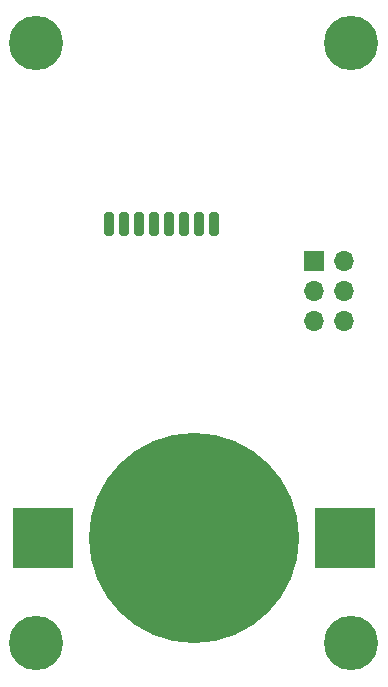
<source format=gbs>
%TF.GenerationSoftware,KiCad,Pcbnew,(6.0.8)*%
%TF.CreationDate,2022-11-07T13:32:54+08:00*%
%TF.ProjectId,remote,72656d6f-7465-42e6-9b69-6361645f7063,rev?*%
%TF.SameCoordinates,Original*%
%TF.FileFunction,Soldermask,Bot*%
%TF.FilePolarity,Negative*%
%FSLAX46Y46*%
G04 Gerber Fmt 4.6, Leading zero omitted, Abs format (unit mm)*
G04 Created by KiCad (PCBNEW (6.0.8)) date 2022-11-07 13:32:54*
%MOMM*%
%LPD*%
G01*
G04 APERTURE LIST*
G04 Aperture macros list*
%AMRoundRect*
0 Rectangle with rounded corners*
0 $1 Rounding radius*
0 $2 $3 $4 $5 $6 $7 $8 $9 X,Y pos of 4 corners*
0 Add a 4 corners polygon primitive as box body*
4,1,4,$2,$3,$4,$5,$6,$7,$8,$9,$2,$3,0*
0 Add four circle primitives for the rounded corners*
1,1,$1+$1,$2,$3*
1,1,$1+$1,$4,$5*
1,1,$1+$1,$6,$7*
1,1,$1+$1,$8,$9*
0 Add four rect primitives between the rounded corners*
20,1,$1+$1,$2,$3,$4,$5,0*
20,1,$1+$1,$4,$5,$6,$7,0*
20,1,$1+$1,$6,$7,$8,$9,0*
20,1,$1+$1,$8,$9,$2,$3,0*%
G04 Aperture macros list end*
%ADD10C,4.600000*%
%ADD11R,1.700000X1.700000*%
%ADD12O,1.700000X1.700000*%
%ADD13R,5.100000X5.100000*%
%ADD14C,17.800000*%
%ADD15RoundRect,0.203250X0.203250X0.796750X-0.203250X0.796750X-0.203250X-0.796750X0.203250X-0.796750X0*%
G04 APERTURE END LIST*
D10*
%TO.C,H3*%
X2540000Y-53340000D03*
%TD*%
%TO.C,H1*%
X2540000Y-2540000D03*
%TD*%
%TO.C,H4*%
X29210000Y-53340000D03*
%TD*%
D11*
%TO.C,J1*%
X26030000Y-20970000D03*
D12*
X28570000Y-20970000D03*
X26030000Y-23510000D03*
X28570000Y-23510000D03*
X26030000Y-26050000D03*
X28570000Y-26050000D03*
%TD*%
D10*
%TO.C,H2*%
X29210000Y-2540000D03*
%TD*%
D13*
%TO.C,BT2*%
X3075000Y-44450000D03*
X28675000Y-44450000D03*
D14*
X15875000Y-44450000D03*
%TD*%
D15*
%TO.C,U2*%
X17608000Y-17805000D03*
X16338000Y-17805000D03*
X15068000Y-17805000D03*
X13798000Y-17805000D03*
X12528000Y-17805000D03*
X11258000Y-17805000D03*
X9988000Y-17805000D03*
X8718000Y-17805000D03*
%TD*%
M02*

</source>
